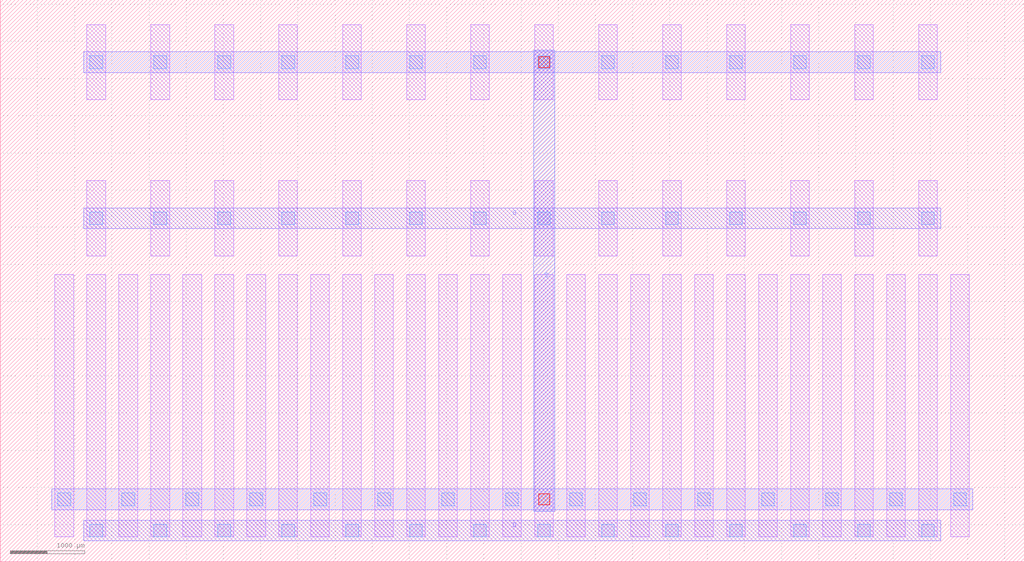
<source format=lef>
MACRO NMOS_S_70322697_X14_Y1
  UNITS 
    DATABASE MICRONS UNITS 1000;
  END UNITS 
  ORIGIN 0 0 ;
  FOREIGN NMOS_S_70322697_X14_Y1 0 0 ;
  SIZE 13760 BY 7560 ;
  PIN D
    DIRECTION INOUT ;
    USE SIGNAL ;
    PORT
      LAYER M2 ;
        RECT 1120 280 12640 560 ;
    END
  END D
  PIN G
    DIRECTION INOUT ;
    USE SIGNAL ;
    PORT
      LAYER M2 ;
        RECT 1120 4480 12640 4760 ;
    END
  END G
  PIN S
    DIRECTION INOUT ;
    USE SIGNAL ;
    PORT
      LAYER M3 ;
        RECT 7170 680 7450 6880 ;
    END
  END S
  OBS
    LAYER M1 ;
      RECT 1165 335 1415 3865 ;
    LAYER M1 ;
      RECT 1165 4115 1415 5125 ;
    LAYER M1 ;
      RECT 1165 6215 1415 7225 ;
    LAYER M1 ;
      RECT 735 335 985 3865 ;
    LAYER M1 ;
      RECT 1595 335 1845 3865 ;
    LAYER M1 ;
      RECT 2025 335 2275 3865 ;
    LAYER M1 ;
      RECT 2025 4115 2275 5125 ;
    LAYER M1 ;
      RECT 2025 6215 2275 7225 ;
    LAYER M1 ;
      RECT 2455 335 2705 3865 ;
    LAYER M1 ;
      RECT 2885 335 3135 3865 ;
    LAYER M1 ;
      RECT 2885 4115 3135 5125 ;
    LAYER M1 ;
      RECT 2885 6215 3135 7225 ;
    LAYER M1 ;
      RECT 3315 335 3565 3865 ;
    LAYER M1 ;
      RECT 3745 335 3995 3865 ;
    LAYER M1 ;
      RECT 3745 4115 3995 5125 ;
    LAYER M1 ;
      RECT 3745 6215 3995 7225 ;
    LAYER M1 ;
      RECT 4175 335 4425 3865 ;
    LAYER M1 ;
      RECT 4605 335 4855 3865 ;
    LAYER M1 ;
      RECT 4605 4115 4855 5125 ;
    LAYER M1 ;
      RECT 4605 6215 4855 7225 ;
    LAYER M1 ;
      RECT 5035 335 5285 3865 ;
    LAYER M1 ;
      RECT 5465 335 5715 3865 ;
    LAYER M1 ;
      RECT 5465 4115 5715 5125 ;
    LAYER M1 ;
      RECT 5465 6215 5715 7225 ;
    LAYER M1 ;
      RECT 5895 335 6145 3865 ;
    LAYER M1 ;
      RECT 6325 335 6575 3865 ;
    LAYER M1 ;
      RECT 6325 4115 6575 5125 ;
    LAYER M1 ;
      RECT 6325 6215 6575 7225 ;
    LAYER M1 ;
      RECT 6755 335 7005 3865 ;
    LAYER M1 ;
      RECT 7185 335 7435 3865 ;
    LAYER M1 ;
      RECT 7185 4115 7435 5125 ;
    LAYER M1 ;
      RECT 7185 6215 7435 7225 ;
    LAYER M1 ;
      RECT 7615 335 7865 3865 ;
    LAYER M1 ;
      RECT 8045 335 8295 3865 ;
    LAYER M1 ;
      RECT 8045 4115 8295 5125 ;
    LAYER M1 ;
      RECT 8045 6215 8295 7225 ;
    LAYER M1 ;
      RECT 8475 335 8725 3865 ;
    LAYER M1 ;
      RECT 8905 335 9155 3865 ;
    LAYER M1 ;
      RECT 8905 4115 9155 5125 ;
    LAYER M1 ;
      RECT 8905 6215 9155 7225 ;
    LAYER M1 ;
      RECT 9335 335 9585 3865 ;
    LAYER M1 ;
      RECT 9765 335 10015 3865 ;
    LAYER M1 ;
      RECT 9765 4115 10015 5125 ;
    LAYER M1 ;
      RECT 9765 6215 10015 7225 ;
    LAYER M1 ;
      RECT 10195 335 10445 3865 ;
    LAYER M1 ;
      RECT 10625 335 10875 3865 ;
    LAYER M1 ;
      RECT 10625 4115 10875 5125 ;
    LAYER M1 ;
      RECT 10625 6215 10875 7225 ;
    LAYER M1 ;
      RECT 11055 335 11305 3865 ;
    LAYER M1 ;
      RECT 11485 335 11735 3865 ;
    LAYER M1 ;
      RECT 11485 4115 11735 5125 ;
    LAYER M1 ;
      RECT 11485 6215 11735 7225 ;
    LAYER M1 ;
      RECT 11915 335 12165 3865 ;
    LAYER M1 ;
      RECT 12345 335 12595 3865 ;
    LAYER M1 ;
      RECT 12345 4115 12595 5125 ;
    LAYER M1 ;
      RECT 12345 6215 12595 7225 ;
    LAYER M1 ;
      RECT 12775 335 13025 3865 ;
    LAYER M2 ;
      RECT 1120 6580 12640 6860 ;
    LAYER M2 ;
      RECT 690 700 13070 980 ;
    LAYER V1 ;
      RECT 1205 335 1375 505 ;
    LAYER V1 ;
      RECT 1205 4535 1375 4705 ;
    LAYER V1 ;
      RECT 1205 6635 1375 6805 ;
    LAYER V1 ;
      RECT 2065 335 2235 505 ;
    LAYER V1 ;
      RECT 2065 4535 2235 4705 ;
    LAYER V1 ;
      RECT 2065 6635 2235 6805 ;
    LAYER V1 ;
      RECT 2925 335 3095 505 ;
    LAYER V1 ;
      RECT 2925 4535 3095 4705 ;
    LAYER V1 ;
      RECT 2925 6635 3095 6805 ;
    LAYER V1 ;
      RECT 3785 335 3955 505 ;
    LAYER V1 ;
      RECT 3785 4535 3955 4705 ;
    LAYER V1 ;
      RECT 3785 6635 3955 6805 ;
    LAYER V1 ;
      RECT 4645 335 4815 505 ;
    LAYER V1 ;
      RECT 4645 4535 4815 4705 ;
    LAYER V1 ;
      RECT 4645 6635 4815 6805 ;
    LAYER V1 ;
      RECT 5505 335 5675 505 ;
    LAYER V1 ;
      RECT 5505 4535 5675 4705 ;
    LAYER V1 ;
      RECT 5505 6635 5675 6805 ;
    LAYER V1 ;
      RECT 6365 335 6535 505 ;
    LAYER V1 ;
      RECT 6365 4535 6535 4705 ;
    LAYER V1 ;
      RECT 6365 6635 6535 6805 ;
    LAYER V1 ;
      RECT 7225 335 7395 505 ;
    LAYER V1 ;
      RECT 7225 4535 7395 4705 ;
    LAYER V1 ;
      RECT 7225 6635 7395 6805 ;
    LAYER V1 ;
      RECT 8085 335 8255 505 ;
    LAYER V1 ;
      RECT 8085 4535 8255 4705 ;
    LAYER V1 ;
      RECT 8085 6635 8255 6805 ;
    LAYER V1 ;
      RECT 8945 335 9115 505 ;
    LAYER V1 ;
      RECT 8945 4535 9115 4705 ;
    LAYER V1 ;
      RECT 8945 6635 9115 6805 ;
    LAYER V1 ;
      RECT 9805 335 9975 505 ;
    LAYER V1 ;
      RECT 9805 4535 9975 4705 ;
    LAYER V1 ;
      RECT 9805 6635 9975 6805 ;
    LAYER V1 ;
      RECT 10665 335 10835 505 ;
    LAYER V1 ;
      RECT 10665 4535 10835 4705 ;
    LAYER V1 ;
      RECT 10665 6635 10835 6805 ;
    LAYER V1 ;
      RECT 11525 335 11695 505 ;
    LAYER V1 ;
      RECT 11525 4535 11695 4705 ;
    LAYER V1 ;
      RECT 11525 6635 11695 6805 ;
    LAYER V1 ;
      RECT 12385 335 12555 505 ;
    LAYER V1 ;
      RECT 12385 4535 12555 4705 ;
    LAYER V1 ;
      RECT 12385 6635 12555 6805 ;
    LAYER V1 ;
      RECT 775 755 945 925 ;
    LAYER V1 ;
      RECT 1635 755 1805 925 ;
    LAYER V1 ;
      RECT 2495 755 2665 925 ;
    LAYER V1 ;
      RECT 3355 755 3525 925 ;
    LAYER V1 ;
      RECT 4215 755 4385 925 ;
    LAYER V1 ;
      RECT 5075 755 5245 925 ;
    LAYER V1 ;
      RECT 5935 755 6105 925 ;
    LAYER V1 ;
      RECT 6795 755 6965 925 ;
    LAYER V1 ;
      RECT 7655 755 7825 925 ;
    LAYER V1 ;
      RECT 8515 755 8685 925 ;
    LAYER V1 ;
      RECT 9375 755 9545 925 ;
    LAYER V1 ;
      RECT 10235 755 10405 925 ;
    LAYER V1 ;
      RECT 11095 755 11265 925 ;
    LAYER V1 ;
      RECT 11955 755 12125 925 ;
    LAYER V1 ;
      RECT 12815 755 12985 925 ;
    LAYER V2 ;
      RECT 7235 765 7385 915 ;
    LAYER V2 ;
      RECT 7235 6645 7385 6795 ;
  END
END NMOS_S_70322697_X14_Y1

</source>
